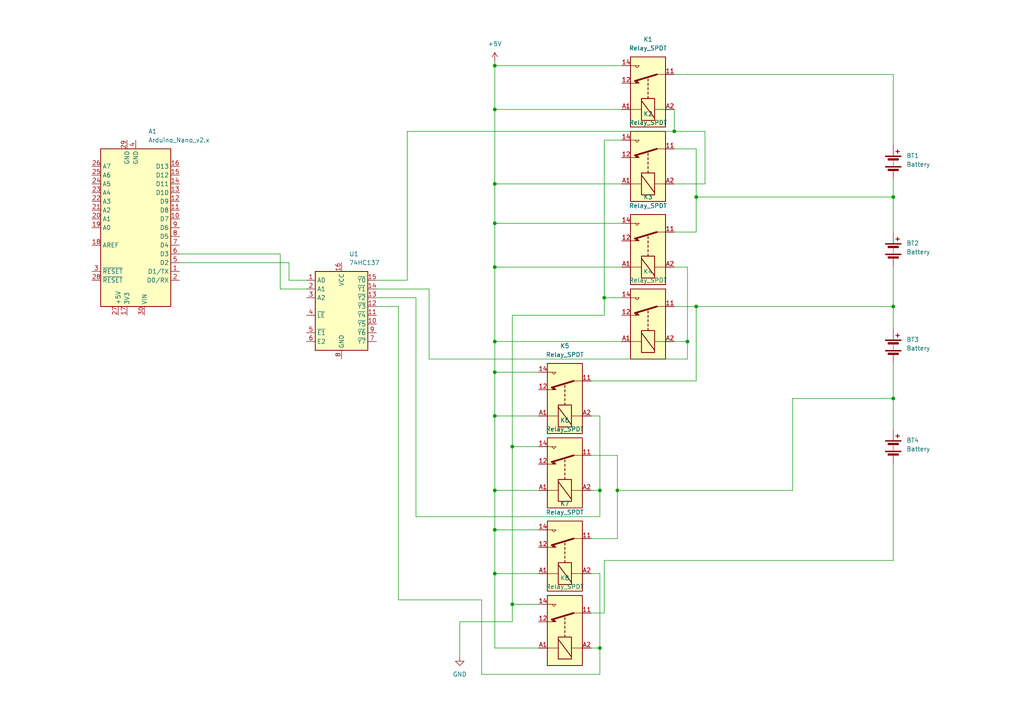
<source format=kicad_sch>
(kicad_sch (version 20230121) (generator eeschema)
  (paper "A4")
  (lib_symbols
    (symbol "74xx:74HC137"
      (property "Reference" "U" (at -7.62 13.97 0))
      (property "Value" "74HC137" (at 2.54 -11.43 0))
      (symbol "74HC137_0_1"
        (rectangle (start -7.62 12.7) (end 7.62 -10.16) (stroke (width 0.254)) (fill (type background)))
      )
      (symbol "74HC137_1_1"
        (pin input line (at -10.16 10.16 0) (length 2.54) (name "A0") (number "1"))
        (pin output line (at 10.16 -2.54 180) (length 2.54) (name "~{Y5}") (number "10"))
        (pin output line (at 10.16 0 180) (length 2.54) (name "~{Y4}") (number "11"))
        (pin output line (at 10.16 2.54 180) (length 2.54) (name "~{Y3}") (number "12"))
        (pin output line (at 10.16 5.08 180) (length 2.54) (name "~{Y2}") (number "13"))
        (pin output line (at 10.16 7.62 180) (length 2.54) (name "~{Y1}") (number "14"))
        (pin output line (at 10.16 10.16 180) (length 2.54) (name "~{Y0}") (number "15"))
        (pin power_in line (at 0 15.24 270) (length 2.54) (name "VCC") (number "16"))
        (pin input line (at -10.16 7.62 0) (length 2.54) (name "A1") (number "2"))
        (pin input line (at -10.16 5.08 0) (length 2.54) (name "A2") (number "3"))
        (pin input line (at -10.16 0 0) (length 2.54) (name "~{LE}") (number "4"))
        (pin input line (at -10.16 -5.08 0) (length 2.54) (name "~{E1}") (number "5"))
        (pin input line (at -10.16 -7.62 0) (length 2.54) (name "E2") (number "6"))
        (pin output line (at 10.16 -7.62 180) (length 2.54) (name "~{Y7}") (number "7"))
        (pin power_in line (at 0 -12.7 90) (length 2.54) (name "GND") (number "8"))
        (pin output line (at 10.16 -5.08 180) (length 2.54) (name "~{Y6}") (number "9"))
      )
    )
    (symbol "Device:Battery" (pin_numbers hide) (pin_names (offset 0) hide)
      (property "Reference" "BT" (at 2.54 2.54 0))
      (property "Value" "Battery" (at 2.54 0 0))
      (symbol "Battery_0_1"
        (rectangle (start -2.286 -1.27) (end 2.286 -1.524) (fill (type outline)))
        (rectangle (start -2.286 1.778) (end 2.286 1.524) (fill (type outline)))
        (rectangle (start -1.524 -2.032) (end 1.524 -2.54) (fill (type outline)))
        (rectangle (start -1.524 1.016) (end 1.524 0.508) (fill (type outline)))
        (polyline (pts (xy 0 -1.016) (xy 0 -0.762)))
        (polyline (pts (xy 0 -0.508) (xy 0 -0.254)))
        (polyline (pts (xy 0 0) (xy 0 0.254)))
        (polyline (pts (xy 0 1.778) (xy 0 2.54)))
        (polyline (pts (xy 0.762 3.048) (xy 1.778 3.048)) (stroke (width 0.254)))
        (polyline (pts (xy 1.27 3.556) (xy 1.27 2.54)) (stroke (width 0.254)))
      )
      (symbol "Battery_1_1"
        (pin passive line (at 0 5.08 270) (length 2.54) (name "+") (number "1"))
        (pin passive line (at 0 -5.08 90) (length 2.54) (name "-") (number "2"))
      )
    )
    (symbol "MCU_Module:Arduino_Nano_v2.x"
      (property "Reference" "A" (at -10.16 23.495 0))
      (property "Value" "Arduino_Nano_v2.x" (at 5.08 -24.13 0))
      (symbol "Arduino_Nano_v2.x_0_1"
        (rectangle (start -10.16 22.86) (end 10.16 -22.86) (stroke (width 0.254)) (fill (type background)))
      )
      (symbol "Arduino_Nano_v2.x_1_1"
        (pin bidirectional line (at -12.7 12.7 0) (length 2.54) (name "D1/TX") (number "1"))
        (pin bidirectional line (at -12.7 -2.54 0) (length 2.54) (name "D7") (number "10"))
        (pin bidirectional line (at -12.7 -5.08 0) (length 2.54) (name "D8") (number "11"))
        (pin bidirectional line (at -12.7 -7.62 0) (length 2.54) (name "D9") (number "12"))
        (pin bidirectional line (at -12.7 -10.16 0) (length 2.54) (name "D10") (number "13"))
        (pin bidirectional line (at -12.7 -12.7 0) (length 2.54) (name "D11") (number "14"))
        (pin bidirectional line (at -12.7 -15.24 0) (length 2.54) (name "D12") (number "15"))
        (pin bidirectional line (at -12.7 -17.78 0) (length 2.54) (name "D13") (number "16"))
        (pin power_out line (at 2.54 25.4 270) (length 2.54) (name "3V3") (number "17"))
        (pin input line (at 12.7 5.08 180) (length 2.54) (name "AREF") (number "18"))
        (pin bidirectional line (at 12.7 0 180) (length 2.54) (name "A0") (number "19"))
        (pin bidirectional line (at -12.7 15.24 0) (length 2.54) (name "D0/RX") (number "2"))
        (pin bidirectional line (at 12.7 -2.54 180) (length 2.54) (name "A1") (number "20"))
        (pin bidirectional line (at 12.7 -5.08 180) (length 2.54) (name "A2") (number "21"))
        (pin bidirectional line (at 12.7 -7.62 180) (length 2.54) (name "A3") (number "22"))
        (pin bidirectional line (at 12.7 -10.16 180) (length 2.54) (name "A4") (number "23"))
        (pin bidirectional line (at 12.7 -12.7 180) (length 2.54) (name "A5") (number "24"))
        (pin bidirectional line (at 12.7 -15.24 180) (length 2.54) (name "A6") (number "25"))
        (pin bidirectional line (at 12.7 -17.78 180) (length 2.54) (name "A7") (number "26"))
        (pin power_out line (at 5.08 25.4 270) (length 2.54) (name "+5V") (number "27"))
        (pin input line (at 12.7 15.24 180) (length 2.54) (name "~{RESET}") (number "28"))
        (pin power_in line (at 2.54 -25.4 90) (length 2.54) (name "GND") (number "29"))
        (pin input line (at 12.7 12.7 180) (length 2.54) (name "~{RESET}") (number "3"))
        (pin power_in line (at -2.54 25.4 270) (length 2.54) (name "VIN") (number "30"))
        (pin power_in line (at 0 -25.4 90) (length 2.54) (name "GND") (number "4"))
        (pin bidirectional line (at -12.7 10.16 0) (length 2.54) (name "D2") (number "5"))
        (pin bidirectional line (at -12.7 7.62 0) (length 2.54) (name "D3") (number "6"))
        (pin bidirectional line (at -12.7 5.08 0) (length 2.54) (name "D4") (number "7"))
        (pin bidirectional line (at -12.7 2.54 0) (length 2.54) (name "D5") (number "8"))
        (pin bidirectional line (at -12.7 0 0) (length 2.54) (name "D6") (number "9"))
      )
    )
    (symbol "Relay:Relay_SPDT"
      (property "Reference" "K" (at 11.43 3.81 0))
      (property "Value" "Relay_SPDT" (at 11.43 1.27 0))
      (symbol "Relay_SPDT_0_0"
        (polyline (pts (xy 7.62 5.08) (xy 7.62 2.54) (xy 6.985 3.175) (xy 7.62 3.81)))
      )
      (symbol "Relay_SPDT_0_1"
        (rectangle (start -10.16 5.08) (end 10.16 -5.08) (stroke (width 0.254)) (fill (type background)))
        (rectangle (start -8.255 1.905) (end -1.905 -1.905) (stroke (width 0.254)))
        (polyline (pts (xy -7.62 -1.905) (xy -2.54 1.905)) (stroke (width 0.254)))
        (polyline (pts (xy -5.08 -5.08) (xy -5.08 -1.905)))
        (polyline (pts (xy -5.08 5.08) (xy -5.08 1.905)))
        (polyline (pts (xy -1.905 0) (xy -1.27 0)) (stroke (width 0.254)))
        (polyline (pts (xy -0.635 0) (xy 0 0)) (stroke (width 0.254)))
        (polyline (pts (xy 0.635 0) (xy 1.27 0)) (stroke (width 0.254)))
        (polyline (pts (xy 1.905 0) (xy 2.54 0)) (stroke (width 0.254)))
        (polyline (pts (xy 3.175 0) (xy 3.81 0)) (stroke (width 0.254)))
        (polyline (pts (xy 5.08 -2.54) (xy 3.175 3.81)) (stroke (width 0.508)))
        (polyline (pts (xy 5.08 -2.54) (xy 5.08 -5.08)))
        (polyline (pts (xy 2.54 5.08) (xy 2.54 2.54) (xy 3.175 3.175) (xy 2.54 3.81)) (fill (type outline)))
      )
      (symbol "Relay_SPDT_1_1"
        (pin passive line (at 5.08 -7.62 90) (length 2.54) (name "~") (number "11"))
        (pin passive line (at 2.54 7.62 270) (length 2.54) (name "~") (number "12"))
        (pin passive line (at 7.62 7.62 270) (length 2.54) (name "~") (number "14"))
        (pin passive line (at -5.08 7.62 270) (length 2.54) (name "~") (number "A1"))
        (pin passive line (at -5.08 -7.62 90) (length 2.54) (name "~") (number "A2"))
      )
    )
    (symbol "power:+5V" (power) (pin_names (offset 0))
      (property "Value" "+5V" (at 0 3.556 0))
      (symbol "+5V_0_1"
        (polyline (pts (xy -0.762 1.27) (xy 0 2.54)))
        (polyline (pts (xy 0 0) (xy 0 2.54)))
        (polyline (pts (xy 0 2.54) (xy 0.762 1.27)))
      )
      (symbol "+5V_1_1"
        (pin power_in line (at 0 0 90) (length 0) hide (name "+5V") (number "1"))
      )
    )
    (symbol "power:GND" (power) (pin_names (offset 0))
      (property "Value" "GND" (at 0 -3.81 0))
      (symbol "GND_0_1"
        (polyline (pts (xy 0 0) (xy 0 -1.27) (xy 1.27 -1.27) (xy 0 -2.54) (xy -1.27 -1.27) (xy 0 -1.27)))
      )
      (symbol "GND_1_1"
        (pin power_in line (at 0 0 270) (length 0) hide (name "GND") (number "1"))
      )
    )
  )
  (junction (at 173.99 142.24))
  (junction (at 201.93 88.9))
  (junction (at 143.51 64.77))
  (junction (at 259.08 115.57))
  (junction (at 143.51 107.95))
  (junction (at 143.51 19.05))
  (junction (at 195.58 38.1))
  (junction (at 175.26 86.36))
  (junction (at 201.93 57.15))
  (junction (at 143.51 166.37))
  (junction (at 259.08 88.9))
  (junction (at 143.51 77.47))
  (junction (at 143.51 31.75))
  (junction (at 148.59 175.26))
  (junction (at 143.51 120.65))
  (junction (at 199.39 99.06))
  (junction (at 173.99 187.96))
  (junction (at 143.51 153.67))
  (junction (at 259.08 57.15))
  (junction (at 148.59 129.54))
  (junction (at 143.51 53.34))
  (junction (at 143.51 142.24))
  (junction (at 179.07 142.24))
  (junction (at 143.51 99.06))
  (wire (pts (xy 109.22 86.36) (xy 120.65 86.36)))
  (wire (pts (xy 175.26 162.56) (xy 259.08 162.56)))
  (wire (pts (xy 109.22 88.9) (xy 115.57 88.9)))
  (wire (pts (xy 148.59 175.26) (xy 156.21 175.26)))
  (wire (pts (xy 52.07 73.66) (xy 81.28 73.66)))
  (wire (pts (xy 143.51 31.75) (xy 143.51 53.34)))
  (wire (pts (xy 195.58 38.1) (xy 118.11 38.1)))
  (wire (pts (xy 201.93 43.18) (xy 201.93 57.15)))
  (wire (pts (xy 204.47 38.1) (xy 195.58 38.1)))
  (wire (pts (xy 143.51 19.05) (xy 143.51 31.75)))
  (wire (pts (xy 143.51 19.05) (xy 180.34 19.05)))
  (wire (pts (xy 124.46 104.14) (xy 199.39 104.14)))
  (wire (pts (xy 143.51 107.95) (xy 156.21 107.95)))
  (wire (pts (xy 175.26 40.64) (xy 180.34 40.64)))
  (wire (pts (xy 175.26 86.36) (xy 175.26 91.44)))
  (wire (pts (xy 173.99 187.96) (xy 171.45 187.96)))
  (wire (pts (xy 195.58 31.75) (xy 195.58 38.1)))
  (wire (pts (xy 171.45 110.49) (xy 201.93 110.49)))
  (wire (pts (xy 199.39 99.06) (xy 199.39 104.14)))
  (wire (pts (xy 201.93 67.31) (xy 195.58 67.31)))
  (wire (pts (xy 201.93 88.9) (xy 259.08 88.9)))
  (wire (pts (xy 259.08 105.41) (xy 259.08 115.57)))
  (wire (pts (xy 175.26 86.36) (xy 180.34 86.36)))
  (wire (pts (xy 173.99 195.58) (xy 173.99 187.96)))
  (wire (pts (xy 195.58 88.9) (xy 201.93 88.9)))
  (wire (pts (xy 139.7 173.99) (xy 139.7 195.58)))
  (wire (pts (xy 179.07 142.24) (xy 179.07 156.21)))
  (wire (pts (xy 52.07 76.2) (xy 83.82 76.2)))
  (wire (pts (xy 143.51 120.65) (xy 156.21 120.65)))
  (wire (pts (xy 175.26 177.8) (xy 175.26 162.56)))
  (wire (pts (xy 175.26 40.64) (xy 175.26 86.36)))
  (wire (pts (xy 199.39 77.47) (xy 199.39 99.06)))
  (wire (pts (xy 115.57 173.99) (xy 139.7 173.99)))
  (wire (pts (xy 259.08 162.56) (xy 259.08 134.62)))
  (wire (pts (xy 143.51 53.34) (xy 180.34 53.34)))
  (wire (pts (xy 143.51 107.95) (xy 143.51 120.65)))
  (wire (pts (xy 143.51 166.37) (xy 156.21 166.37)))
  (wire (pts (xy 139.7 195.58) (xy 173.99 195.58)))
  (wire (pts (xy 109.22 83.82) (xy 124.46 83.82)))
  (wire (pts (xy 148.59 129.54) (xy 156.21 129.54)))
  (wire (pts (xy 143.51 153.67) (xy 143.51 166.37)))
  (wire (pts (xy 195.58 21.59) (xy 259.08 21.59)))
  (wire (pts (xy 143.51 166.37) (xy 143.51 187.96)))
  (wire (pts (xy 83.82 76.2) (xy 83.82 81.28)))
  (wire (pts (xy 171.45 166.37) (xy 173.99 166.37)))
  (wire (pts (xy 173.99 149.86) (xy 173.99 142.24)))
  (wire (pts (xy 259.08 21.59) (xy 259.08 41.91)))
  (wire (pts (xy 120.65 149.86) (xy 173.99 149.86)))
  (wire (pts (xy 204.47 53.34) (xy 204.47 38.1)))
  (wire (pts (xy 173.99 166.37) (xy 173.99 187.96)))
  (wire (pts (xy 259.08 52.07) (xy 259.08 57.15)))
  (wire (pts (xy 143.51 77.47) (xy 180.34 77.47)))
  (wire (pts (xy 171.45 177.8) (xy 175.26 177.8)))
  (wire (pts (xy 229.87 115.57) (xy 259.08 115.57)))
  (wire (pts (xy 179.07 156.21) (xy 171.45 156.21)))
  (wire (pts (xy 118.11 81.28) (xy 109.22 81.28)))
  (wire (pts (xy 133.35 180.34) (xy 133.35 190.5)))
  (wire (pts (xy 179.07 132.08) (xy 179.07 142.24)))
  (wire (pts (xy 201.93 57.15) (xy 201.93 67.31)))
  (wire (pts (xy 120.65 86.36) (xy 120.65 149.86)))
  (wire (pts (xy 148.59 129.54) (xy 148.59 175.26)))
  (wire (pts (xy 124.46 83.82) (xy 124.46 104.14)))
  (wire (pts (xy 156.21 153.67) (xy 143.51 153.67)))
  (wire (pts (xy 115.57 88.9) (xy 115.57 173.99)))
  (wire (pts (xy 195.58 77.47) (xy 199.39 77.47)))
  (wire (pts (xy 143.51 77.47) (xy 143.51 99.06)))
  (wire (pts (xy 143.51 31.75) (xy 180.34 31.75)))
  (wire (pts (xy 143.51 64.77) (xy 143.51 77.47)))
  (wire (pts (xy 259.08 77.47) (xy 259.08 88.9)))
  (wire (pts (xy 143.51 17.78) (xy 143.51 19.05)))
  (wire (pts (xy 148.59 91.44) (xy 148.59 129.54)))
  (wire (pts (xy 143.51 99.06) (xy 180.34 99.06)))
  (wire (pts (xy 143.51 53.34) (xy 143.51 64.77)))
  (wire (pts (xy 229.87 142.24) (xy 229.87 115.57)))
  (wire (pts (xy 173.99 120.65) (xy 173.99 142.24)))
  (wire (pts (xy 81.28 73.66) (xy 81.28 83.82)))
  (wire (pts (xy 143.51 64.77) (xy 180.34 64.77)))
  (wire (pts (xy 199.39 99.06) (xy 195.58 99.06)))
  (wire (pts (xy 143.51 142.24) (xy 143.51 153.67)))
  (wire (pts (xy 195.58 53.34) (xy 204.47 53.34)))
  (wire (pts (xy 81.28 83.82) (xy 88.9 83.82)))
  (wire (pts (xy 259.08 57.15) (xy 259.08 67.31)))
  (wire (pts (xy 171.45 120.65) (xy 173.99 120.65)))
  (wire (pts (xy 143.51 99.06) (xy 143.51 107.95)))
  (wire (pts (xy 83.82 81.28) (xy 88.9 81.28)))
  (wire (pts (xy 148.59 180.34) (xy 133.35 180.34)))
  (wire (pts (xy 148.59 175.26) (xy 148.59 180.34)))
  (wire (pts (xy 143.51 187.96) (xy 156.21 187.96)))
  (wire (pts (xy 179.07 142.24) (xy 229.87 142.24)))
  (wire (pts (xy 148.59 91.44) (xy 175.26 91.44)))
  (wire (pts (xy 143.51 142.24) (xy 156.21 142.24)))
  (wire (pts (xy 201.93 57.15) (xy 259.08 57.15)))
  (wire (pts (xy 259.08 88.9) (xy 259.08 95.25)))
  (wire (pts (xy 195.58 43.18) (xy 201.93 43.18)))
  (wire (pts (xy 259.08 115.57) (xy 259.08 124.46)))
  (wire (pts (xy 143.51 120.65) (xy 143.51 142.24)))
  (wire (pts (xy 173.99 142.24) (xy 171.45 142.24)))
  (wire (pts (xy 201.93 110.49) (xy 201.93 88.9)))
  (wire (pts (xy 171.45 132.08) (xy 179.07 132.08)))
  (wire (pts (xy 118.11 38.1) (xy 118.11 81.28)))
  (symbol (lib_id "Relay:Relay_SPDT") (at 187.96 93.98 90) (unit 1)
    (property "Reference" "K4" (at 187.96 78.74 90))
    (property "Value" "Relay_SPDT" (at 187.96 81.28 90))
  )
  (symbol (lib_id "Device:Battery") (at 259.08 72.39 0) (unit 1)
    (property "Reference" "BT2" (at 262.89 70.5485 0) (effects (justify left)))
    (property "Value" "Battery" (at 262.89 73.0885 0) (effects (justify left)))
  )
  (symbol (lib_id "Relay:Relay_SPDT") (at 163.83 161.29 90) (unit 1)
    (property "Reference" "K7" (at 163.83 146.05 90))
    (property "Value" "Relay_SPDT" (at 163.83 148.59 90))
  )
  (symbol (lib_id "Relay:Relay_SPDT") (at 163.83 115.57 90) (unit 1)
    (property "Reference" "K5" (at 163.83 100.33 90))
    (property "Value" "Relay_SPDT" (at 163.83 102.87 90))
  )
  (symbol (lib_id "Device:Battery") (at 259.08 129.54 0) (unit 1)
    (property "Reference" "BT4" (at 262.89 127.6985 0) (effects (justify left)))
    (property "Value" "Battery" (at 262.89 130.2385 0) (effects (justify left)))
  )
  (symbol (lib_id "Relay:Relay_SPDT") (at 163.83 182.88 90) (unit 1)
    (property "Reference" "K8" (at 163.83 167.64 90))
    (property "Value" "Relay_SPDT" (at 163.83 170.18 90))
  )
  (symbol (lib_id "Relay:Relay_SPDT") (at 187.96 48.26 90) (unit 1)
    (property "Reference" "K2" (at 187.96 33.02 90))
    (property "Value" "Relay_SPDT" (at 187.96 35.56 90))
  )
  (symbol (lib_id "Device:Battery") (at 259.08 46.99 0) (unit 1)
    (property "Reference" "BT1" (at 262.89 45.1485 0) (effects (justify left)))
    (property "Value" "Battery" (at 262.89 47.6885 0) (effects (justify left)))
  )
  (symbol (lib_id "Relay:Relay_SPDT") (at 163.83 137.16 90) (unit 1)
    (property "Reference" "K6" (at 163.83 121.92 90))
    (property "Value" "Relay_SPDT" (at 163.83 124.46 90))
  )
  (symbol (lib_id "power:GND") (at 133.35 190.5 0) (unit 1)
    (property "Reference" "#PWR02" (effects hide))
    (property "Value" "GND" (at 133.35 195.58 0))
  )
  (symbol (lib_id "power:+5V") (at 143.51 17.78 0) (unit 1)
    (property "Reference" "#PWR01" (effects hide))
    (property "Value" "+5V" (at 143.51 12.7 0))
  )
  (symbol (lib_id "Device:Battery") (at 259.08 100.33 0) (unit 1)
    (property "Reference" "BT3" (at 262.89 98.4885 0) (effects (justify left)))
    (property "Value" "Battery" (at 262.89 101.0285 0) (effects (justify left)))
  )
  (symbol (lib_id "Relay:Relay_SPDT") (at 187.96 72.39 90) (unit 1)
    (property "Reference" "K3" (at 187.96 57.15 90))
    (property "Value" "Relay_SPDT" (at 187.96 59.69 90))
  )
  (symbol (lib_id "Relay:Relay_SPDT") (at 187.96 26.67 90) (unit 1)
    (property "Reference" "K1" (at 187.96 11.43 90))
    (property "Value" "Relay_SPDT" (at 187.96 13.97 90))
  )
  (symbol (lib_id "MCU_Module:Arduino_Nano_v2.x") (at 39.37 66.04 180) (unit 1)
    (property "Reference" "A1" (at 42.9961 38.1 0) (effects (justify right)))
    (property "Value" "Arduino_Nano_v2.x" (at 42.9961 40.64 0) (effects (justify right)))
    (property "Footprint" "Module:Arduino_Nano" (effects hide))
    (property "Datasheet" "https://www.arduino.cc/en/uploads/Main/ArduinoNanoManual23.pdf" (effects hide))
  )
  (symbol (lib_id "74xx:74HC137") (at 99.06 91.44 0) (unit 1)
    (property "Reference" "U1" (at 101.2541 73.66 0) (effects (justify left)))
    (property "Value" "74HC137" (at 101.2541 76.2 0) (effects (justify left)))
    (property "Datasheet" "http://www.ti.com/lit/ds/symlink/cd74hc237.pdf" (effects hide))
  )
)
</source>
